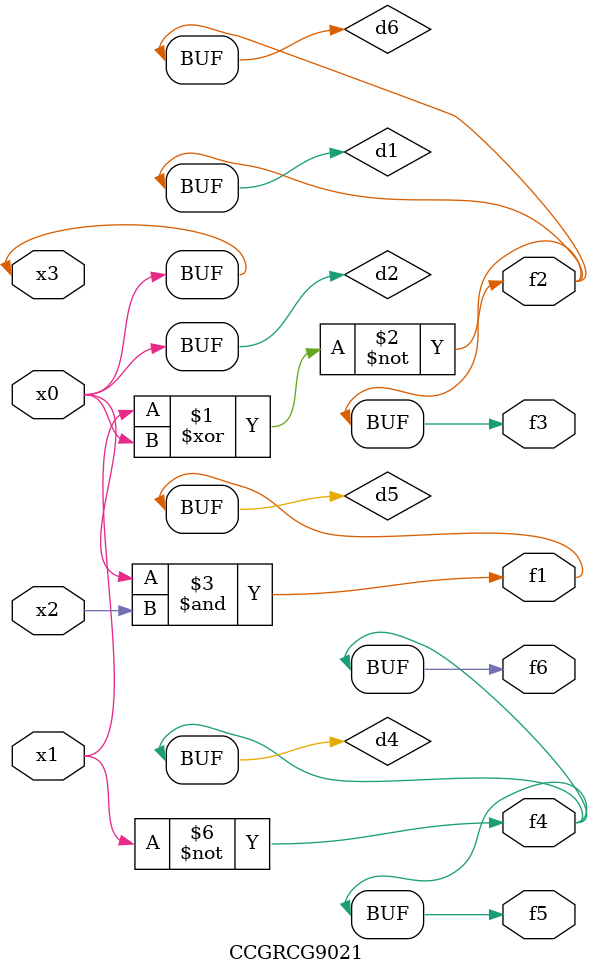
<source format=v>
module CCGRCG9021(
	input x0, x1, x2, x3,
	output f1, f2, f3, f4, f5, f6
);

	wire d1, d2, d3, d4, d5, d6;

	xnor (d1, x1, x3);
	buf (d2, x0, x3);
	nand (d3, x0, x2);
	not (d4, x1);
	nand (d5, d3);
	or (d6, d1);
	assign f1 = d5;
	assign f2 = d6;
	assign f3 = d6;
	assign f4 = d4;
	assign f5 = d4;
	assign f6 = d4;
endmodule

</source>
